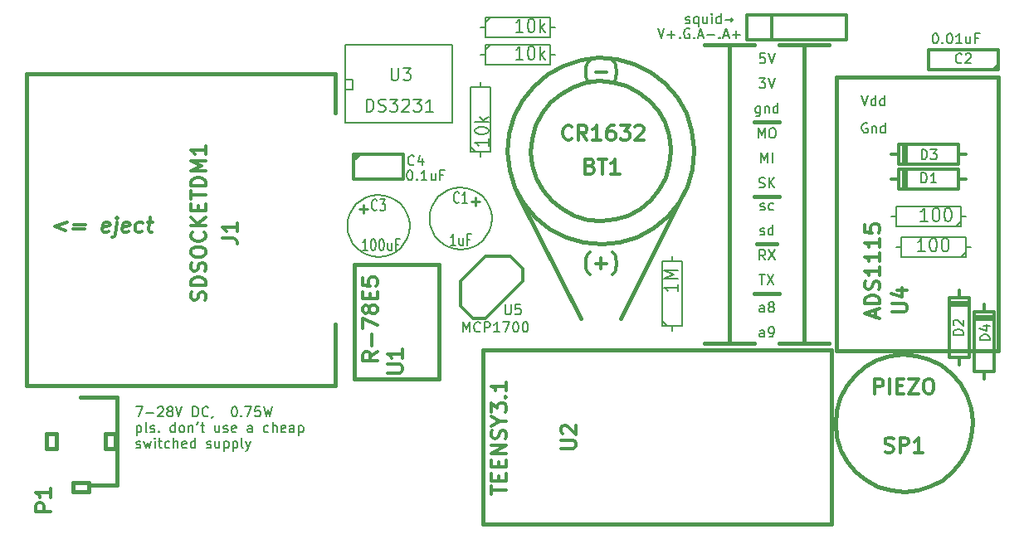
<source format=gto>
G04 (created by PCBNEW-RS274X (2012-apr-16-27)-stable) date Tue 22 Apr 2014 06:10:25 PM EDT*
G01*
G70*
G90*
%MOIN*%
G04 Gerber Fmt 3.4, Leading zero omitted, Abs format*
%FSLAX34Y34*%
G04 APERTURE LIST*
%ADD10C,0.006000*%
%ADD11C,0.007900*%
%ADD12C,0.015000*%
%ADD13C,0.012000*%
%ADD14C,0.005000*%
%ADD15C,0.008000*%
%ADD16C,0.011300*%
G04 APERTURE END LIST*
G54D10*
G54D11*
X43556Y-46765D02*
X43819Y-46765D01*
X43650Y-47159D01*
X43969Y-47009D02*
X44269Y-47009D01*
X44438Y-46803D02*
X44457Y-46784D01*
X44494Y-46765D01*
X44588Y-46765D01*
X44626Y-46784D01*
X44644Y-46803D01*
X44663Y-46841D01*
X44663Y-46878D01*
X44644Y-46934D01*
X44419Y-47159D01*
X44663Y-47159D01*
X44888Y-46934D02*
X44851Y-46916D01*
X44832Y-46897D01*
X44813Y-46859D01*
X44813Y-46841D01*
X44832Y-46803D01*
X44851Y-46784D01*
X44888Y-46765D01*
X44963Y-46765D01*
X45001Y-46784D01*
X45019Y-46803D01*
X45038Y-46841D01*
X45038Y-46859D01*
X45019Y-46897D01*
X45001Y-46916D01*
X44963Y-46934D01*
X44888Y-46934D01*
X44851Y-46953D01*
X44832Y-46972D01*
X44813Y-47009D01*
X44813Y-47084D01*
X44832Y-47122D01*
X44851Y-47141D01*
X44888Y-47159D01*
X44963Y-47159D01*
X45001Y-47141D01*
X45019Y-47122D01*
X45038Y-47084D01*
X45038Y-47009D01*
X45019Y-46972D01*
X45001Y-46953D01*
X44963Y-46934D01*
X45151Y-46765D02*
X45282Y-47159D01*
X45413Y-46765D01*
X45845Y-47159D02*
X45845Y-46765D01*
X45939Y-46765D01*
X45995Y-46784D01*
X46032Y-46822D01*
X46051Y-46859D01*
X46070Y-46934D01*
X46070Y-46991D01*
X46051Y-47066D01*
X46032Y-47103D01*
X45995Y-47141D01*
X45939Y-47159D01*
X45845Y-47159D01*
X46464Y-47122D02*
X46445Y-47141D01*
X46389Y-47159D01*
X46351Y-47159D01*
X46295Y-47141D01*
X46258Y-47103D01*
X46239Y-47066D01*
X46220Y-46991D01*
X46220Y-46934D01*
X46239Y-46859D01*
X46258Y-46822D01*
X46295Y-46784D01*
X46351Y-46765D01*
X46389Y-46765D01*
X46445Y-46784D01*
X46464Y-46803D01*
X46652Y-47141D02*
X46652Y-47159D01*
X46633Y-47197D01*
X46614Y-47216D01*
X47496Y-46765D02*
X47533Y-46765D01*
X47571Y-46784D01*
X47590Y-46803D01*
X47608Y-46841D01*
X47627Y-46916D01*
X47627Y-47009D01*
X47608Y-47084D01*
X47590Y-47122D01*
X47571Y-47141D01*
X47533Y-47159D01*
X47496Y-47159D01*
X47458Y-47141D01*
X47440Y-47122D01*
X47421Y-47084D01*
X47402Y-47009D01*
X47402Y-46916D01*
X47421Y-46841D01*
X47440Y-46803D01*
X47458Y-46784D01*
X47496Y-46765D01*
X47796Y-47122D02*
X47815Y-47141D01*
X47796Y-47159D01*
X47777Y-47141D01*
X47796Y-47122D01*
X47796Y-47159D01*
X47946Y-46765D02*
X48209Y-46765D01*
X48040Y-47159D01*
X48546Y-46765D02*
X48359Y-46765D01*
X48340Y-46953D01*
X48359Y-46934D01*
X48396Y-46916D01*
X48490Y-46916D01*
X48528Y-46934D01*
X48546Y-46953D01*
X48565Y-46991D01*
X48565Y-47084D01*
X48546Y-47122D01*
X48528Y-47141D01*
X48490Y-47159D01*
X48396Y-47159D01*
X48359Y-47141D01*
X48340Y-47122D01*
X48696Y-46765D02*
X48790Y-47159D01*
X48865Y-46878D01*
X48940Y-47159D01*
X49034Y-46765D01*
X43594Y-47527D02*
X43594Y-47921D01*
X43594Y-47546D02*
X43631Y-47527D01*
X43706Y-47527D01*
X43744Y-47546D01*
X43763Y-47564D01*
X43781Y-47602D01*
X43781Y-47714D01*
X43763Y-47752D01*
X43744Y-47771D01*
X43706Y-47789D01*
X43631Y-47789D01*
X43594Y-47771D01*
X44006Y-47789D02*
X43969Y-47771D01*
X43950Y-47733D01*
X43950Y-47395D01*
X44137Y-47771D02*
X44175Y-47789D01*
X44250Y-47789D01*
X44287Y-47771D01*
X44306Y-47733D01*
X44306Y-47714D01*
X44287Y-47677D01*
X44250Y-47658D01*
X44193Y-47658D01*
X44156Y-47639D01*
X44137Y-47602D01*
X44137Y-47583D01*
X44156Y-47546D01*
X44193Y-47527D01*
X44250Y-47527D01*
X44287Y-47546D01*
X44475Y-47752D02*
X44494Y-47771D01*
X44475Y-47789D01*
X44456Y-47771D01*
X44475Y-47752D01*
X44475Y-47789D01*
X45132Y-47789D02*
X45132Y-47395D01*
X45132Y-47771D02*
X45094Y-47789D01*
X45019Y-47789D01*
X44982Y-47771D01*
X44963Y-47752D01*
X44944Y-47714D01*
X44944Y-47602D01*
X44963Y-47564D01*
X44982Y-47546D01*
X45019Y-47527D01*
X45094Y-47527D01*
X45132Y-47546D01*
X45375Y-47789D02*
X45338Y-47771D01*
X45319Y-47752D01*
X45300Y-47714D01*
X45300Y-47602D01*
X45319Y-47564D01*
X45338Y-47546D01*
X45375Y-47527D01*
X45431Y-47527D01*
X45469Y-47546D01*
X45488Y-47564D01*
X45506Y-47602D01*
X45506Y-47714D01*
X45488Y-47752D01*
X45469Y-47771D01*
X45431Y-47789D01*
X45375Y-47789D01*
X45675Y-47527D02*
X45675Y-47789D01*
X45675Y-47564D02*
X45694Y-47546D01*
X45731Y-47527D01*
X45787Y-47527D01*
X45825Y-47546D01*
X45844Y-47583D01*
X45844Y-47789D01*
X46050Y-47395D02*
X46012Y-47471D01*
X46163Y-47527D02*
X46313Y-47527D01*
X46219Y-47395D02*
X46219Y-47733D01*
X46238Y-47771D01*
X46275Y-47789D01*
X46313Y-47789D01*
X46913Y-47527D02*
X46913Y-47789D01*
X46744Y-47527D02*
X46744Y-47733D01*
X46763Y-47771D01*
X46800Y-47789D01*
X46856Y-47789D01*
X46894Y-47771D01*
X46913Y-47752D01*
X47081Y-47771D02*
X47119Y-47789D01*
X47194Y-47789D01*
X47231Y-47771D01*
X47250Y-47733D01*
X47250Y-47714D01*
X47231Y-47677D01*
X47194Y-47658D01*
X47137Y-47658D01*
X47100Y-47639D01*
X47081Y-47602D01*
X47081Y-47583D01*
X47100Y-47546D01*
X47137Y-47527D01*
X47194Y-47527D01*
X47231Y-47546D01*
X47569Y-47771D02*
X47531Y-47789D01*
X47456Y-47789D01*
X47419Y-47771D01*
X47400Y-47733D01*
X47400Y-47583D01*
X47419Y-47546D01*
X47456Y-47527D01*
X47531Y-47527D01*
X47569Y-47546D01*
X47588Y-47583D01*
X47588Y-47621D01*
X47400Y-47658D01*
X48226Y-47789D02*
X48226Y-47583D01*
X48207Y-47546D01*
X48169Y-47527D01*
X48094Y-47527D01*
X48057Y-47546D01*
X48226Y-47771D02*
X48188Y-47789D01*
X48094Y-47789D01*
X48057Y-47771D01*
X48038Y-47733D01*
X48038Y-47696D01*
X48057Y-47658D01*
X48094Y-47639D01*
X48188Y-47639D01*
X48226Y-47621D01*
X48882Y-47771D02*
X48844Y-47789D01*
X48769Y-47789D01*
X48732Y-47771D01*
X48713Y-47752D01*
X48694Y-47714D01*
X48694Y-47602D01*
X48713Y-47564D01*
X48732Y-47546D01*
X48769Y-47527D01*
X48844Y-47527D01*
X48882Y-47546D01*
X49051Y-47789D02*
X49051Y-47395D01*
X49220Y-47789D02*
X49220Y-47583D01*
X49201Y-47546D01*
X49163Y-47527D01*
X49107Y-47527D01*
X49070Y-47546D01*
X49051Y-47564D01*
X49557Y-47771D02*
X49519Y-47789D01*
X49444Y-47789D01*
X49407Y-47771D01*
X49388Y-47733D01*
X49388Y-47583D01*
X49407Y-47546D01*
X49444Y-47527D01*
X49519Y-47527D01*
X49557Y-47546D01*
X49576Y-47583D01*
X49576Y-47621D01*
X49388Y-47658D01*
X49914Y-47789D02*
X49914Y-47583D01*
X49895Y-47546D01*
X49857Y-47527D01*
X49782Y-47527D01*
X49745Y-47546D01*
X49914Y-47771D02*
X49876Y-47789D01*
X49782Y-47789D01*
X49745Y-47771D01*
X49726Y-47733D01*
X49726Y-47696D01*
X49745Y-47658D01*
X49782Y-47639D01*
X49876Y-47639D01*
X49914Y-47621D01*
X50101Y-47527D02*
X50101Y-47921D01*
X50101Y-47546D02*
X50138Y-47527D01*
X50213Y-47527D01*
X50251Y-47546D01*
X50270Y-47564D01*
X50288Y-47602D01*
X50288Y-47714D01*
X50270Y-47752D01*
X50251Y-47771D01*
X50213Y-47789D01*
X50138Y-47789D01*
X50101Y-47771D01*
X43575Y-48401D02*
X43613Y-48419D01*
X43688Y-48419D01*
X43725Y-48401D01*
X43744Y-48363D01*
X43744Y-48344D01*
X43725Y-48307D01*
X43688Y-48288D01*
X43631Y-48288D01*
X43594Y-48269D01*
X43575Y-48232D01*
X43575Y-48213D01*
X43594Y-48176D01*
X43631Y-48157D01*
X43688Y-48157D01*
X43725Y-48176D01*
X43875Y-48157D02*
X43950Y-48419D01*
X44025Y-48232D01*
X44100Y-48419D01*
X44175Y-48157D01*
X44326Y-48419D02*
X44326Y-48157D01*
X44326Y-48025D02*
X44307Y-48044D01*
X44326Y-48063D01*
X44345Y-48044D01*
X44326Y-48025D01*
X44326Y-48063D01*
X44458Y-48157D02*
X44608Y-48157D01*
X44514Y-48025D02*
X44514Y-48363D01*
X44533Y-48401D01*
X44570Y-48419D01*
X44608Y-48419D01*
X44908Y-48401D02*
X44870Y-48419D01*
X44795Y-48419D01*
X44758Y-48401D01*
X44739Y-48382D01*
X44720Y-48344D01*
X44720Y-48232D01*
X44739Y-48194D01*
X44758Y-48176D01*
X44795Y-48157D01*
X44870Y-48157D01*
X44908Y-48176D01*
X45077Y-48419D02*
X45077Y-48025D01*
X45246Y-48419D02*
X45246Y-48213D01*
X45227Y-48176D01*
X45189Y-48157D01*
X45133Y-48157D01*
X45096Y-48176D01*
X45077Y-48194D01*
X45583Y-48401D02*
X45545Y-48419D01*
X45470Y-48419D01*
X45433Y-48401D01*
X45414Y-48363D01*
X45414Y-48213D01*
X45433Y-48176D01*
X45470Y-48157D01*
X45545Y-48157D01*
X45583Y-48176D01*
X45602Y-48213D01*
X45602Y-48251D01*
X45414Y-48288D01*
X45940Y-48419D02*
X45940Y-48025D01*
X45940Y-48401D02*
X45902Y-48419D01*
X45827Y-48419D01*
X45790Y-48401D01*
X45771Y-48382D01*
X45752Y-48344D01*
X45752Y-48232D01*
X45771Y-48194D01*
X45790Y-48176D01*
X45827Y-48157D01*
X45902Y-48157D01*
X45940Y-48176D01*
X46408Y-48401D02*
X46446Y-48419D01*
X46521Y-48419D01*
X46558Y-48401D01*
X46577Y-48363D01*
X46577Y-48344D01*
X46558Y-48307D01*
X46521Y-48288D01*
X46464Y-48288D01*
X46427Y-48269D01*
X46408Y-48232D01*
X46408Y-48213D01*
X46427Y-48176D01*
X46464Y-48157D01*
X46521Y-48157D01*
X46558Y-48176D01*
X46915Y-48157D02*
X46915Y-48419D01*
X46746Y-48157D02*
X46746Y-48363D01*
X46765Y-48401D01*
X46802Y-48419D01*
X46858Y-48419D01*
X46896Y-48401D01*
X46915Y-48382D01*
X47102Y-48157D02*
X47102Y-48551D01*
X47102Y-48176D02*
X47139Y-48157D01*
X47214Y-48157D01*
X47252Y-48176D01*
X47271Y-48194D01*
X47289Y-48232D01*
X47289Y-48344D01*
X47271Y-48382D01*
X47252Y-48401D01*
X47214Y-48419D01*
X47139Y-48419D01*
X47102Y-48401D01*
X47458Y-48157D02*
X47458Y-48551D01*
X47458Y-48176D02*
X47495Y-48157D01*
X47570Y-48157D01*
X47608Y-48176D01*
X47627Y-48194D01*
X47645Y-48232D01*
X47645Y-48344D01*
X47627Y-48382D01*
X47608Y-48401D01*
X47570Y-48419D01*
X47495Y-48419D01*
X47458Y-48401D01*
X47870Y-48419D02*
X47833Y-48401D01*
X47814Y-48363D01*
X47814Y-48025D01*
X47982Y-48157D02*
X48076Y-48419D01*
X48170Y-48157D02*
X48076Y-48419D01*
X48039Y-48513D01*
X48020Y-48532D01*
X47982Y-48551D01*
X65644Y-31341D02*
X65682Y-31359D01*
X65757Y-31359D01*
X65794Y-31341D01*
X65813Y-31303D01*
X65813Y-31284D01*
X65794Y-31247D01*
X65757Y-31228D01*
X65700Y-31228D01*
X65663Y-31209D01*
X65644Y-31172D01*
X65644Y-31153D01*
X65663Y-31116D01*
X65700Y-31097D01*
X65757Y-31097D01*
X65794Y-31116D01*
X66151Y-31097D02*
X66151Y-31491D01*
X66151Y-31341D02*
X66113Y-31359D01*
X66038Y-31359D01*
X66001Y-31341D01*
X65982Y-31322D01*
X65963Y-31284D01*
X65963Y-31172D01*
X65982Y-31134D01*
X66001Y-31116D01*
X66038Y-31097D01*
X66113Y-31097D01*
X66151Y-31116D01*
X66507Y-31097D02*
X66507Y-31359D01*
X66338Y-31097D02*
X66338Y-31303D01*
X66357Y-31341D01*
X66394Y-31359D01*
X66450Y-31359D01*
X66488Y-31341D01*
X66507Y-31322D01*
X66694Y-31359D02*
X66694Y-31097D01*
X66694Y-30965D02*
X66675Y-30984D01*
X66694Y-31003D01*
X66713Y-30984D01*
X66694Y-30965D01*
X66694Y-31003D01*
X67051Y-31359D02*
X67051Y-30965D01*
X67051Y-31341D02*
X67013Y-31359D01*
X66938Y-31359D01*
X66901Y-31341D01*
X66882Y-31322D01*
X66863Y-31284D01*
X66863Y-31172D01*
X66882Y-31134D01*
X66901Y-31116D01*
X66938Y-31097D01*
X67013Y-31097D01*
X67051Y-31116D01*
X67238Y-31209D02*
X67538Y-31209D01*
X67463Y-31284D02*
X67538Y-31209D01*
X67463Y-31134D01*
X64520Y-31565D02*
X64651Y-31959D01*
X64782Y-31565D01*
X64914Y-31809D02*
X65214Y-31809D01*
X65064Y-31959D02*
X65064Y-31659D01*
X65402Y-31922D02*
X65421Y-31941D01*
X65402Y-31959D01*
X65383Y-31941D01*
X65402Y-31922D01*
X65402Y-31959D01*
X65796Y-31584D02*
X65759Y-31565D01*
X65702Y-31565D01*
X65646Y-31584D01*
X65609Y-31622D01*
X65590Y-31659D01*
X65571Y-31734D01*
X65571Y-31791D01*
X65590Y-31866D01*
X65609Y-31903D01*
X65646Y-31941D01*
X65702Y-31959D01*
X65740Y-31959D01*
X65796Y-31941D01*
X65815Y-31922D01*
X65815Y-31791D01*
X65740Y-31791D01*
X65984Y-31922D02*
X66003Y-31941D01*
X65984Y-31959D01*
X65965Y-31941D01*
X65984Y-31922D01*
X65984Y-31959D01*
X66153Y-31847D02*
X66341Y-31847D01*
X66116Y-31959D02*
X66247Y-31565D01*
X66378Y-31959D01*
X66510Y-31809D02*
X66810Y-31809D01*
X66998Y-31922D02*
X67017Y-31941D01*
X66998Y-31959D01*
X66979Y-31941D01*
X66998Y-31922D01*
X66998Y-31959D01*
X67167Y-31847D02*
X67355Y-31847D01*
X67130Y-31959D02*
X67261Y-31565D01*
X67392Y-31959D01*
X67524Y-31809D02*
X67824Y-31809D01*
X67674Y-31959D02*
X67674Y-31659D01*
G54D12*
X68400Y-42200D02*
X69400Y-42200D01*
X68500Y-40200D02*
X69300Y-40200D01*
X68400Y-38300D02*
X69400Y-38300D01*
X68400Y-35300D02*
X69400Y-35300D01*
G54D11*
X68798Y-42959D02*
X68798Y-42753D01*
X68779Y-42716D01*
X68741Y-42697D01*
X68666Y-42697D01*
X68629Y-42716D01*
X68798Y-42941D02*
X68760Y-42959D01*
X68666Y-42959D01*
X68629Y-42941D01*
X68610Y-42903D01*
X68610Y-42866D01*
X68629Y-42828D01*
X68666Y-42809D01*
X68760Y-42809D01*
X68798Y-42791D01*
X69041Y-42734D02*
X69004Y-42716D01*
X68985Y-42697D01*
X68966Y-42659D01*
X68966Y-42641D01*
X68985Y-42603D01*
X69004Y-42584D01*
X69041Y-42565D01*
X69116Y-42565D01*
X69154Y-42584D01*
X69172Y-42603D01*
X69191Y-42641D01*
X69191Y-42659D01*
X69172Y-42697D01*
X69154Y-42716D01*
X69116Y-42734D01*
X69041Y-42734D01*
X69004Y-42753D01*
X68985Y-42772D01*
X68966Y-42809D01*
X68966Y-42884D01*
X68985Y-42922D01*
X69004Y-42941D01*
X69041Y-42959D01*
X69116Y-42959D01*
X69154Y-42941D01*
X69172Y-42922D01*
X69191Y-42884D01*
X69191Y-42809D01*
X69172Y-42772D01*
X69154Y-42753D01*
X69116Y-42734D01*
X68798Y-43959D02*
X68798Y-43753D01*
X68779Y-43716D01*
X68741Y-43697D01*
X68666Y-43697D01*
X68629Y-43716D01*
X68798Y-43941D02*
X68760Y-43959D01*
X68666Y-43959D01*
X68629Y-43941D01*
X68610Y-43903D01*
X68610Y-43866D01*
X68629Y-43828D01*
X68666Y-43809D01*
X68760Y-43809D01*
X68798Y-43791D01*
X69004Y-43959D02*
X69079Y-43959D01*
X69116Y-43941D01*
X69135Y-43922D01*
X69172Y-43866D01*
X69191Y-43791D01*
X69191Y-43641D01*
X69172Y-43603D01*
X69154Y-43584D01*
X69116Y-43565D01*
X69041Y-43565D01*
X69004Y-43584D01*
X68985Y-43603D01*
X68966Y-43641D01*
X68966Y-43734D01*
X68985Y-43772D01*
X69004Y-43791D01*
X69041Y-43809D01*
X69116Y-43809D01*
X69154Y-43791D01*
X69172Y-43772D01*
X69191Y-43734D01*
X68601Y-41465D02*
X68826Y-41465D01*
X68713Y-41859D02*
X68713Y-41465D01*
X68919Y-41465D02*
X69182Y-41859D01*
X69182Y-41465D02*
X68919Y-41859D01*
X68835Y-40859D02*
X68704Y-40672D01*
X68610Y-40859D02*
X68610Y-40465D01*
X68760Y-40465D01*
X68797Y-40484D01*
X68816Y-40503D01*
X68835Y-40541D01*
X68835Y-40597D01*
X68816Y-40634D01*
X68797Y-40653D01*
X68760Y-40672D01*
X68610Y-40672D01*
X68966Y-40465D02*
X69229Y-40859D01*
X69229Y-40465D02*
X68966Y-40859D01*
X68638Y-39841D02*
X68676Y-39859D01*
X68751Y-39859D01*
X68788Y-39841D01*
X68807Y-39803D01*
X68807Y-39784D01*
X68788Y-39747D01*
X68751Y-39728D01*
X68694Y-39728D01*
X68657Y-39709D01*
X68638Y-39672D01*
X68638Y-39653D01*
X68657Y-39616D01*
X68694Y-39597D01*
X68751Y-39597D01*
X68788Y-39616D01*
X69145Y-39859D02*
X69145Y-39465D01*
X69145Y-39841D02*
X69107Y-39859D01*
X69032Y-39859D01*
X68995Y-39841D01*
X68976Y-39822D01*
X68957Y-39784D01*
X68957Y-39672D01*
X68976Y-39634D01*
X68995Y-39616D01*
X69032Y-39597D01*
X69107Y-39597D01*
X69145Y-39616D01*
X68647Y-38841D02*
X68685Y-38859D01*
X68760Y-38859D01*
X68797Y-38841D01*
X68816Y-38803D01*
X68816Y-38784D01*
X68797Y-38747D01*
X68760Y-38728D01*
X68703Y-38728D01*
X68666Y-38709D01*
X68647Y-38672D01*
X68647Y-38653D01*
X68666Y-38616D01*
X68703Y-38597D01*
X68760Y-38597D01*
X68797Y-38616D01*
X69154Y-38841D02*
X69116Y-38859D01*
X69041Y-38859D01*
X69004Y-38841D01*
X68985Y-38822D01*
X68966Y-38784D01*
X68966Y-38672D01*
X68985Y-38634D01*
X69004Y-38616D01*
X69041Y-38597D01*
X69116Y-38597D01*
X69154Y-38616D01*
X68591Y-37941D02*
X68647Y-37959D01*
X68741Y-37959D01*
X68779Y-37941D01*
X68797Y-37922D01*
X68816Y-37884D01*
X68816Y-37847D01*
X68797Y-37809D01*
X68779Y-37791D01*
X68741Y-37772D01*
X68666Y-37753D01*
X68629Y-37734D01*
X68610Y-37716D01*
X68591Y-37678D01*
X68591Y-37641D01*
X68610Y-37603D01*
X68629Y-37584D01*
X68666Y-37565D01*
X68760Y-37565D01*
X68816Y-37584D01*
X68985Y-37959D02*
X68985Y-37565D01*
X69210Y-37959D02*
X69041Y-37734D01*
X69210Y-37565D02*
X68985Y-37791D01*
X68675Y-36959D02*
X68675Y-36565D01*
X68806Y-36847D01*
X68937Y-36565D01*
X68937Y-36959D01*
X69125Y-36959D02*
X69125Y-36565D01*
X68563Y-35959D02*
X68563Y-35565D01*
X68694Y-35847D01*
X68825Y-35565D01*
X68825Y-35959D01*
X69088Y-35565D02*
X69163Y-35565D01*
X69200Y-35584D01*
X69238Y-35622D01*
X69257Y-35697D01*
X69257Y-35828D01*
X69238Y-35903D01*
X69200Y-35941D01*
X69163Y-35959D01*
X69088Y-35959D01*
X69050Y-35941D01*
X69013Y-35903D01*
X68994Y-35828D01*
X68994Y-35697D01*
X69013Y-35622D01*
X69050Y-35584D01*
X69088Y-35565D01*
X68629Y-34697D02*
X68629Y-35016D01*
X68610Y-35053D01*
X68591Y-35072D01*
X68554Y-35091D01*
X68497Y-35091D01*
X68460Y-35072D01*
X68629Y-34941D02*
X68591Y-34959D01*
X68516Y-34959D01*
X68479Y-34941D01*
X68460Y-34922D01*
X68441Y-34884D01*
X68441Y-34772D01*
X68460Y-34734D01*
X68479Y-34716D01*
X68516Y-34697D01*
X68591Y-34697D01*
X68629Y-34716D01*
X68816Y-34697D02*
X68816Y-34959D01*
X68816Y-34734D02*
X68835Y-34716D01*
X68872Y-34697D01*
X68928Y-34697D01*
X68966Y-34716D01*
X68985Y-34753D01*
X68985Y-34959D01*
X69341Y-34959D02*
X69341Y-34565D01*
X69341Y-34941D02*
X69303Y-34959D01*
X69228Y-34959D01*
X69191Y-34941D01*
X69172Y-34922D01*
X69153Y-34884D01*
X69153Y-34772D01*
X69172Y-34734D01*
X69191Y-34716D01*
X69228Y-34697D01*
X69303Y-34697D01*
X69341Y-34716D01*
X68600Y-33565D02*
X68844Y-33565D01*
X68713Y-33716D01*
X68769Y-33716D01*
X68807Y-33734D01*
X68825Y-33753D01*
X68844Y-33791D01*
X68844Y-33884D01*
X68825Y-33922D01*
X68807Y-33941D01*
X68769Y-33959D01*
X68657Y-33959D01*
X68619Y-33941D01*
X68600Y-33922D01*
X68957Y-33565D02*
X69088Y-33959D01*
X69219Y-33565D01*
X68825Y-32565D02*
X68638Y-32565D01*
X68619Y-32753D01*
X68638Y-32734D01*
X68675Y-32716D01*
X68769Y-32716D01*
X68807Y-32734D01*
X68825Y-32753D01*
X68844Y-32791D01*
X68844Y-32884D01*
X68825Y-32922D01*
X68807Y-32941D01*
X68769Y-32959D01*
X68675Y-32959D01*
X68638Y-32941D01*
X68619Y-32922D01*
X68957Y-32565D02*
X69088Y-32959D01*
X69219Y-32565D01*
G54D12*
X71400Y-32200D02*
X69400Y-32200D01*
X70400Y-32200D02*
X70400Y-44200D01*
X69400Y-44200D02*
X71400Y-44200D01*
X68400Y-32200D02*
X66400Y-32200D01*
X67400Y-32200D02*
X67400Y-44200D01*
X66400Y-44200D02*
X68400Y-44200D01*
X51555Y-45926D02*
X51555Y-43445D01*
X51555Y-33367D02*
X51555Y-34941D01*
X51516Y-45926D02*
X39154Y-45926D01*
X39154Y-45926D02*
X39154Y-33367D01*
X39154Y-33367D02*
X51555Y-33367D01*
G54D13*
X68100Y-31000D02*
X68100Y-31000D01*
X68100Y-32000D02*
X68100Y-31000D01*
X68100Y-31000D02*
X68100Y-31000D01*
X68100Y-31000D02*
X72100Y-31000D01*
X72100Y-31000D02*
X72100Y-32000D01*
X72100Y-32000D02*
X68100Y-32000D01*
X69100Y-32000D02*
X69100Y-31000D01*
G54D14*
X57850Y-39200D02*
X57826Y-39442D01*
X57755Y-39676D01*
X57641Y-39891D01*
X57486Y-40080D01*
X57298Y-40236D01*
X57084Y-40352D01*
X56851Y-40424D01*
X56608Y-40449D01*
X56366Y-40427D01*
X56132Y-40358D01*
X55916Y-40245D01*
X55726Y-40093D01*
X55569Y-39906D01*
X55452Y-39692D01*
X55378Y-39459D01*
X55351Y-39217D01*
X55371Y-38975D01*
X55438Y-38740D01*
X55550Y-38523D01*
X55701Y-38332D01*
X55887Y-38174D01*
X56100Y-38055D01*
X56332Y-37980D01*
X56574Y-37951D01*
X56817Y-37969D01*
X57052Y-38035D01*
X57269Y-38145D01*
X57462Y-38295D01*
X57621Y-38480D01*
X57741Y-38692D01*
X57818Y-38924D01*
X57849Y-39166D01*
X57850Y-39200D01*
G54D13*
X73900Y-37600D02*
X74200Y-37600D01*
X74200Y-37600D02*
X74200Y-38000D01*
X74200Y-38000D02*
X76600Y-38000D01*
X76600Y-38000D02*
X76600Y-37600D01*
X76600Y-37600D02*
X76900Y-37600D01*
X76600Y-37600D02*
X76600Y-37200D01*
X76600Y-37200D02*
X74200Y-37200D01*
X74200Y-37200D02*
X74200Y-37600D01*
X74400Y-38000D02*
X74400Y-37200D01*
X74500Y-37200D02*
X74500Y-38000D01*
X76634Y-42083D02*
X76634Y-42383D01*
X76634Y-42383D02*
X76234Y-42383D01*
X76234Y-42383D02*
X76234Y-44783D01*
X76234Y-44783D02*
X76634Y-44783D01*
X76634Y-44783D02*
X76634Y-45083D01*
X76634Y-44783D02*
X77034Y-44783D01*
X77034Y-44783D02*
X77034Y-42383D01*
X77034Y-42383D02*
X76634Y-42383D01*
X76234Y-42583D02*
X77034Y-42583D01*
X77034Y-42683D02*
X76234Y-42683D01*
X73900Y-36600D02*
X74200Y-36600D01*
X74200Y-36600D02*
X74200Y-37000D01*
X74200Y-37000D02*
X76600Y-37000D01*
X76600Y-37000D02*
X76600Y-36600D01*
X76600Y-36600D02*
X76900Y-36600D01*
X76600Y-36600D02*
X76600Y-36200D01*
X76600Y-36200D02*
X74200Y-36200D01*
X74200Y-36200D02*
X74200Y-36600D01*
X74400Y-37000D02*
X74400Y-36200D01*
X74500Y-36200D02*
X74500Y-37000D01*
X77638Y-42634D02*
X77638Y-42934D01*
X77638Y-42934D02*
X77238Y-42934D01*
X77238Y-42934D02*
X77238Y-45334D01*
X77238Y-45334D02*
X77638Y-45334D01*
X77638Y-45334D02*
X77638Y-45634D01*
X77638Y-45334D02*
X78038Y-45334D01*
X78038Y-45334D02*
X78038Y-42934D01*
X78038Y-42934D02*
X77638Y-42934D01*
X77238Y-43134D02*
X78038Y-43134D01*
X78038Y-43234D02*
X77238Y-43234D01*
G54D12*
X71700Y-44500D02*
X71700Y-44000D01*
X78200Y-44000D02*
X78200Y-44500D01*
X78200Y-44500D02*
X71700Y-44500D01*
X71700Y-44000D02*
X71700Y-33500D01*
X71700Y-33500D02*
X78200Y-33500D01*
X78200Y-33500D02*
X78200Y-44000D01*
X77165Y-47421D02*
X77112Y-47956D01*
X76957Y-48471D01*
X76704Y-48946D01*
X76364Y-49362D01*
X75950Y-49705D01*
X75476Y-49961D01*
X74963Y-50120D01*
X74428Y-50176D01*
X73893Y-50128D01*
X73377Y-49976D01*
X72900Y-49727D01*
X72481Y-49390D01*
X72135Y-48978D01*
X71876Y-48506D01*
X71714Y-47994D01*
X71654Y-47459D01*
X71699Y-46924D01*
X71847Y-46407D01*
X72093Y-45929D01*
X72427Y-45507D01*
X72837Y-45158D01*
X73306Y-44896D01*
X73818Y-44730D01*
X74352Y-44666D01*
X74887Y-44707D01*
X75405Y-44852D01*
X75885Y-45095D01*
X76309Y-45426D01*
X76661Y-45833D01*
X76926Y-46301D01*
X77096Y-46811D01*
X77163Y-47345D01*
X77165Y-47421D01*
X57492Y-51492D02*
X57492Y-44492D01*
X57492Y-44492D02*
X71492Y-44492D01*
X71492Y-44492D02*
X71492Y-51492D01*
X71492Y-51492D02*
X57492Y-51492D01*
X41654Y-49922D02*
X42796Y-49922D01*
X42796Y-49922D02*
X42796Y-46378D01*
X42796Y-46378D02*
X41339Y-46378D01*
X41654Y-49804D02*
X41654Y-50197D01*
X41654Y-50197D02*
X41024Y-50197D01*
X41024Y-50197D02*
X41024Y-49804D01*
X41024Y-49804D02*
X41654Y-49804D01*
X42323Y-47835D02*
X42717Y-47835D01*
X42717Y-47835D02*
X42717Y-48465D01*
X42717Y-48465D02*
X42323Y-48465D01*
X42323Y-48465D02*
X42323Y-47835D01*
X40355Y-47835D02*
X39961Y-47835D01*
X39961Y-47835D02*
X39961Y-48465D01*
X39961Y-48465D02*
X40355Y-48465D01*
X40355Y-48465D02*
X40355Y-47835D01*
X52321Y-41050D02*
X52621Y-41050D01*
X52321Y-45650D02*
X52621Y-45650D01*
X55721Y-45650D02*
X55721Y-41050D01*
X52321Y-45650D02*
X52321Y-41050D01*
X55721Y-41050D02*
X52621Y-41050D01*
X55721Y-45650D02*
X52621Y-45650D01*
G54D15*
X57400Y-31500D02*
X57600Y-31500D01*
X60400Y-31500D02*
X60200Y-31500D01*
X60200Y-31500D02*
X60200Y-31100D01*
X60200Y-31100D02*
X57600Y-31100D01*
X57600Y-31100D02*
X57600Y-31900D01*
X57600Y-31900D02*
X60200Y-31900D01*
X60200Y-31900D02*
X60200Y-31500D01*
X57600Y-31300D02*
X57800Y-31100D01*
X57400Y-32600D02*
X57600Y-32600D01*
X60400Y-32600D02*
X60200Y-32600D01*
X60200Y-32600D02*
X60200Y-32200D01*
X60200Y-32200D02*
X57600Y-32200D01*
X57600Y-32200D02*
X57600Y-33000D01*
X57600Y-33000D02*
X60200Y-33000D01*
X60200Y-33000D02*
X60200Y-32600D01*
X57600Y-32400D02*
X57800Y-32200D01*
G54D14*
X54550Y-39500D02*
X54526Y-39742D01*
X54455Y-39976D01*
X54341Y-40191D01*
X54186Y-40380D01*
X53998Y-40536D01*
X53784Y-40652D01*
X53551Y-40724D01*
X53308Y-40749D01*
X53066Y-40727D01*
X52832Y-40658D01*
X52616Y-40545D01*
X52426Y-40393D01*
X52269Y-40206D01*
X52152Y-39992D01*
X52078Y-39759D01*
X52051Y-39517D01*
X52071Y-39275D01*
X52138Y-39040D01*
X52250Y-38823D01*
X52401Y-38632D01*
X52587Y-38474D01*
X52800Y-38355D01*
X53032Y-38280D01*
X53274Y-38251D01*
X53517Y-38269D01*
X53752Y-38335D01*
X53969Y-38445D01*
X54162Y-38595D01*
X54321Y-38780D01*
X54441Y-38992D01*
X54518Y-39224D01*
X54549Y-39466D01*
X54550Y-39500D01*
G54D13*
X52320Y-36600D02*
X54300Y-36600D01*
X54300Y-36600D02*
X54300Y-37600D01*
X54300Y-37600D02*
X52300Y-37600D01*
X52300Y-37600D02*
X52300Y-36600D01*
X52300Y-36850D02*
X52550Y-36600D01*
G54D12*
X61425Y-43212D02*
X58878Y-38177D01*
X63023Y-43208D02*
X65610Y-38086D01*
X65976Y-36476D02*
X65904Y-37204D01*
X65692Y-37905D01*
X65349Y-38552D01*
X64886Y-39119D01*
X64322Y-39586D01*
X63677Y-39934D01*
X62978Y-40151D01*
X62250Y-40227D01*
X61521Y-40161D01*
X60819Y-39954D01*
X60170Y-39615D01*
X59599Y-39156D01*
X59129Y-38595D01*
X58776Y-37954D01*
X58554Y-37256D01*
X58473Y-36528D01*
X58534Y-35799D01*
X58736Y-35095D01*
X59071Y-34444D01*
X59526Y-33870D01*
X60083Y-33396D01*
X60722Y-33038D01*
X61419Y-32812D01*
X62146Y-32725D01*
X62875Y-32782D01*
X63580Y-32978D01*
X64234Y-33309D01*
X64811Y-33759D01*
X65289Y-34314D01*
X65651Y-34950D01*
X65882Y-35645D01*
X65974Y-36372D01*
X65976Y-36476D01*
X65035Y-36476D02*
X64981Y-37021D01*
X64822Y-37547D01*
X64565Y-38031D01*
X64218Y-38456D01*
X63795Y-38806D01*
X63313Y-39067D01*
X62789Y-39229D01*
X62243Y-39286D01*
X61698Y-39237D01*
X61171Y-39082D01*
X60685Y-38828D01*
X60258Y-38484D01*
X59905Y-38064D01*
X59641Y-37583D01*
X59475Y-37060D01*
X59414Y-36515D01*
X59460Y-35969D01*
X59611Y-35442D01*
X59862Y-34954D01*
X60202Y-34524D01*
X60620Y-34168D01*
X61099Y-33901D01*
X61621Y-33731D01*
X62166Y-33666D01*
X62712Y-33708D01*
X63240Y-33856D01*
X63730Y-34103D01*
X64162Y-34441D01*
X64520Y-34856D01*
X64791Y-35333D01*
X64965Y-35854D01*
X65033Y-36398D01*
X65035Y-36476D01*
G54D13*
X78200Y-33200D02*
X75400Y-33200D01*
X75400Y-33200D02*
X75400Y-32400D01*
X75400Y-32400D02*
X78200Y-32400D01*
X78200Y-32400D02*
X78200Y-33200D01*
X78200Y-33000D02*
X78000Y-33200D01*
G54D15*
X65100Y-43700D02*
X65100Y-43500D01*
X65100Y-40700D02*
X65100Y-40900D01*
X65100Y-40900D02*
X64700Y-40900D01*
X64700Y-40900D02*
X64700Y-43500D01*
X64700Y-43500D02*
X65500Y-43500D01*
X65500Y-43500D02*
X65500Y-40900D01*
X65500Y-40900D02*
X65100Y-40900D01*
X64900Y-43500D02*
X64700Y-43300D01*
X77091Y-40354D02*
X76891Y-40354D01*
X74091Y-40354D02*
X74291Y-40354D01*
X74291Y-40354D02*
X74291Y-40754D01*
X74291Y-40754D02*
X76891Y-40754D01*
X76891Y-40754D02*
X76891Y-39954D01*
X76891Y-39954D02*
X74291Y-39954D01*
X74291Y-39954D02*
X74291Y-40354D01*
X76891Y-40554D02*
X76691Y-40754D01*
X76900Y-39100D02*
X76700Y-39100D01*
X73900Y-39100D02*
X74100Y-39100D01*
X74100Y-39100D02*
X74100Y-39500D01*
X74100Y-39500D02*
X76700Y-39500D01*
X76700Y-39500D02*
X76700Y-38700D01*
X76700Y-38700D02*
X74100Y-38700D01*
X74100Y-38700D02*
X74100Y-39100D01*
X76700Y-39300D02*
X76500Y-39500D01*
X57400Y-36700D02*
X57400Y-36500D01*
X57400Y-33700D02*
X57400Y-33900D01*
X57400Y-33900D02*
X57000Y-33900D01*
X57000Y-33900D02*
X57000Y-36500D01*
X57000Y-36500D02*
X57800Y-36500D01*
X57800Y-36500D02*
X57800Y-33900D01*
X57800Y-33900D02*
X57400Y-33900D01*
X57200Y-36500D02*
X57000Y-36300D01*
X51950Y-35350D02*
X51950Y-32200D01*
X56250Y-32200D02*
X56250Y-35350D01*
X51950Y-32200D02*
X56250Y-32200D01*
X56250Y-35350D02*
X51950Y-35350D01*
X51950Y-33600D02*
X52250Y-33600D01*
X52250Y-33600D02*
X52250Y-34000D01*
X52250Y-34000D02*
X51950Y-34000D01*
G54D13*
X57600Y-43200D02*
X59100Y-41700D01*
X59100Y-41700D02*
X59100Y-41200D01*
X59100Y-41200D02*
X58600Y-40700D01*
X58600Y-40700D02*
X57600Y-40700D01*
X57600Y-40700D02*
X56600Y-41700D01*
X56600Y-41700D02*
X56600Y-42700D01*
X56600Y-42700D02*
X57100Y-43200D01*
X57100Y-43200D02*
X57600Y-43200D01*
X47025Y-39984D02*
X47453Y-39984D01*
X47539Y-40012D01*
X47596Y-40069D01*
X47625Y-40155D01*
X47625Y-40212D01*
X47625Y-39384D02*
X47625Y-39727D01*
X47625Y-39555D02*
X47025Y-39555D01*
X47111Y-39612D01*
X47168Y-39670D01*
X47196Y-39727D01*
X46336Y-42490D02*
X46365Y-42404D01*
X46365Y-42261D01*
X46336Y-42204D01*
X46308Y-42175D01*
X46251Y-42147D01*
X46193Y-42147D01*
X46136Y-42175D01*
X46108Y-42204D01*
X46079Y-42261D01*
X46051Y-42375D01*
X46022Y-42433D01*
X45993Y-42461D01*
X45936Y-42490D01*
X45879Y-42490D01*
X45822Y-42461D01*
X45793Y-42433D01*
X45765Y-42375D01*
X45765Y-42233D01*
X45793Y-42147D01*
X46365Y-41890D02*
X45765Y-41890D01*
X45765Y-41747D01*
X45793Y-41662D01*
X45851Y-41604D01*
X45908Y-41576D01*
X46022Y-41547D01*
X46108Y-41547D01*
X46222Y-41576D01*
X46279Y-41604D01*
X46336Y-41662D01*
X46365Y-41747D01*
X46365Y-41890D01*
X46336Y-41319D02*
X46365Y-41233D01*
X46365Y-41090D01*
X46336Y-41033D01*
X46308Y-41004D01*
X46251Y-40976D01*
X46193Y-40976D01*
X46136Y-41004D01*
X46108Y-41033D01*
X46079Y-41090D01*
X46051Y-41204D01*
X46022Y-41262D01*
X45993Y-41290D01*
X45936Y-41319D01*
X45879Y-41319D01*
X45822Y-41290D01*
X45793Y-41262D01*
X45765Y-41204D01*
X45765Y-41062D01*
X45793Y-40976D01*
X45765Y-40605D02*
X45765Y-40491D01*
X45793Y-40433D01*
X45851Y-40376D01*
X45965Y-40348D01*
X46165Y-40348D01*
X46279Y-40376D01*
X46336Y-40433D01*
X46365Y-40491D01*
X46365Y-40605D01*
X46336Y-40662D01*
X46279Y-40719D01*
X46165Y-40748D01*
X45965Y-40748D01*
X45851Y-40719D01*
X45793Y-40662D01*
X45765Y-40605D01*
X46308Y-39747D02*
X46336Y-39776D01*
X46365Y-39862D01*
X46365Y-39919D01*
X46336Y-40004D01*
X46279Y-40062D01*
X46222Y-40090D01*
X46108Y-40119D01*
X46022Y-40119D01*
X45908Y-40090D01*
X45851Y-40062D01*
X45793Y-40004D01*
X45765Y-39919D01*
X45765Y-39862D01*
X45793Y-39776D01*
X45822Y-39747D01*
X46365Y-39490D02*
X45765Y-39490D01*
X46365Y-39147D02*
X46022Y-39404D01*
X45765Y-39147D02*
X46108Y-39490D01*
X46051Y-38890D02*
X46051Y-38690D01*
X46365Y-38604D02*
X46365Y-38890D01*
X45765Y-38890D01*
X45765Y-38604D01*
X45765Y-38433D02*
X45765Y-38090D01*
X46365Y-38261D02*
X45765Y-38261D01*
X46365Y-37890D02*
X45765Y-37890D01*
X45765Y-37747D01*
X45793Y-37662D01*
X45851Y-37604D01*
X45908Y-37576D01*
X46022Y-37547D01*
X46108Y-37547D01*
X46222Y-37576D01*
X46279Y-37604D01*
X46336Y-37662D01*
X46365Y-37747D01*
X46365Y-37890D01*
X46365Y-37290D02*
X45765Y-37290D01*
X46193Y-37090D01*
X45765Y-36890D01*
X46365Y-36890D01*
X46365Y-36290D02*
X46365Y-36633D01*
X46365Y-36461D02*
X45765Y-36461D01*
X45851Y-36518D01*
X45908Y-36576D01*
X45936Y-36633D01*
X40788Y-39351D02*
X40310Y-39522D01*
X40745Y-39694D01*
X41063Y-39437D02*
X41520Y-39437D01*
X41499Y-39608D02*
X41042Y-39608D01*
X42456Y-39722D02*
X42395Y-39751D01*
X42281Y-39751D01*
X42228Y-39722D01*
X42206Y-39665D01*
X42234Y-39437D01*
X42271Y-39379D01*
X42331Y-39351D01*
X42445Y-39351D01*
X42499Y-39379D01*
X42520Y-39437D01*
X42513Y-39494D01*
X42220Y-39551D01*
X42788Y-39351D02*
X42724Y-39865D01*
X42688Y-39922D01*
X42627Y-39951D01*
X42599Y-39951D01*
X42813Y-39151D02*
X42781Y-39179D01*
X42806Y-39208D01*
X42838Y-39179D01*
X42813Y-39151D01*
X42806Y-39208D01*
X43256Y-39722D02*
X43195Y-39751D01*
X43081Y-39751D01*
X43028Y-39722D01*
X43006Y-39665D01*
X43034Y-39437D01*
X43071Y-39379D01*
X43131Y-39351D01*
X43245Y-39351D01*
X43299Y-39379D01*
X43320Y-39437D01*
X43313Y-39494D01*
X43020Y-39551D01*
X43799Y-39722D02*
X43738Y-39751D01*
X43624Y-39751D01*
X43570Y-39722D01*
X43545Y-39694D01*
X43523Y-39637D01*
X43545Y-39465D01*
X43581Y-39408D01*
X43613Y-39379D01*
X43674Y-39351D01*
X43788Y-39351D01*
X43842Y-39379D01*
X44016Y-39351D02*
X44245Y-39351D01*
X44127Y-39151D02*
X44063Y-39665D01*
X44084Y-39722D01*
X44138Y-39751D01*
X44195Y-39751D01*
G54D15*
X56542Y-38539D02*
X56526Y-38561D01*
X56476Y-38582D01*
X56442Y-38582D01*
X56392Y-38561D01*
X56359Y-38518D01*
X56342Y-38475D01*
X56326Y-38389D01*
X56326Y-38325D01*
X56342Y-38239D01*
X56359Y-38196D01*
X56392Y-38154D01*
X56442Y-38132D01*
X56476Y-38132D01*
X56526Y-38154D01*
X56542Y-38175D01*
X56876Y-38582D02*
X56676Y-38582D01*
X56776Y-38582D02*
X56776Y-38132D01*
X56742Y-38196D01*
X56709Y-38239D01*
X56676Y-38261D01*
X56392Y-40282D02*
X56192Y-40282D01*
X56292Y-40282D02*
X56292Y-39832D01*
X56258Y-39896D01*
X56225Y-39939D01*
X56192Y-39961D01*
X56691Y-39982D02*
X56691Y-40282D01*
X56541Y-39982D02*
X56541Y-40218D01*
X56558Y-40261D01*
X56591Y-40282D01*
X56641Y-40282D01*
X56675Y-40261D01*
X56691Y-40239D01*
X56975Y-40046D02*
X56858Y-40046D01*
X56858Y-40282D02*
X56858Y-39832D01*
X57025Y-39832D01*
G54D16*
X57029Y-38511D02*
X57372Y-38511D01*
X57201Y-38682D02*
X57201Y-38339D01*
G54D15*
X75105Y-37762D02*
X75105Y-37362D01*
X75200Y-37362D01*
X75258Y-37381D01*
X75296Y-37419D01*
X75315Y-37457D01*
X75334Y-37533D01*
X75334Y-37590D01*
X75315Y-37667D01*
X75296Y-37705D01*
X75258Y-37743D01*
X75200Y-37762D01*
X75105Y-37762D01*
X75715Y-37762D02*
X75486Y-37762D01*
X75600Y-37762D02*
X75600Y-37362D01*
X75562Y-37419D01*
X75524Y-37457D01*
X75486Y-37476D01*
X76796Y-43878D02*
X76396Y-43878D01*
X76396Y-43783D01*
X76415Y-43725D01*
X76453Y-43687D01*
X76491Y-43668D01*
X76567Y-43649D01*
X76624Y-43649D01*
X76701Y-43668D01*
X76739Y-43687D01*
X76777Y-43725D01*
X76796Y-43783D01*
X76796Y-43878D01*
X76434Y-43497D02*
X76415Y-43478D01*
X76396Y-43440D01*
X76396Y-43344D01*
X76415Y-43306D01*
X76434Y-43287D01*
X76472Y-43268D01*
X76510Y-43268D01*
X76567Y-43287D01*
X76796Y-43516D01*
X76796Y-43268D01*
X75118Y-36820D02*
X75118Y-36420D01*
X75213Y-36420D01*
X75271Y-36439D01*
X75309Y-36477D01*
X75328Y-36515D01*
X75347Y-36591D01*
X75347Y-36648D01*
X75328Y-36725D01*
X75309Y-36763D01*
X75271Y-36801D01*
X75213Y-36820D01*
X75118Y-36820D01*
X75480Y-36420D02*
X75728Y-36420D01*
X75594Y-36572D01*
X75652Y-36572D01*
X75690Y-36591D01*
X75709Y-36610D01*
X75728Y-36648D01*
X75728Y-36744D01*
X75709Y-36782D01*
X75690Y-36801D01*
X75652Y-36820D01*
X75537Y-36820D01*
X75499Y-36801D01*
X75480Y-36782D01*
X77862Y-44095D02*
X77462Y-44095D01*
X77462Y-44000D01*
X77481Y-43942D01*
X77519Y-43904D01*
X77557Y-43885D01*
X77633Y-43866D01*
X77690Y-43866D01*
X77767Y-43885D01*
X77805Y-43904D01*
X77843Y-43942D01*
X77862Y-44000D01*
X77862Y-44095D01*
X77595Y-43523D02*
X77862Y-43523D01*
X77443Y-43619D02*
X77729Y-43714D01*
X77729Y-43466D01*
G54D13*
X73943Y-42957D02*
X74429Y-42957D01*
X74486Y-42929D01*
X74514Y-42900D01*
X74543Y-42843D01*
X74543Y-42729D01*
X74514Y-42671D01*
X74486Y-42643D01*
X74429Y-42614D01*
X73943Y-42614D01*
X74143Y-42071D02*
X74543Y-42071D01*
X73914Y-42214D02*
X74343Y-42357D01*
X74343Y-41985D01*
X73271Y-43170D02*
X73271Y-42884D01*
X73443Y-43227D02*
X72843Y-43027D01*
X73443Y-42827D01*
X73443Y-42627D02*
X72843Y-42627D01*
X72843Y-42484D01*
X72871Y-42399D01*
X72929Y-42341D01*
X72986Y-42313D01*
X73100Y-42284D01*
X73186Y-42284D01*
X73300Y-42313D01*
X73357Y-42341D01*
X73414Y-42399D01*
X73443Y-42484D01*
X73443Y-42627D01*
X73414Y-42056D02*
X73443Y-41970D01*
X73443Y-41827D01*
X73414Y-41770D01*
X73386Y-41741D01*
X73329Y-41713D01*
X73271Y-41713D01*
X73214Y-41741D01*
X73186Y-41770D01*
X73157Y-41827D01*
X73129Y-41941D01*
X73100Y-41999D01*
X73071Y-42027D01*
X73014Y-42056D01*
X72957Y-42056D01*
X72900Y-42027D01*
X72871Y-41999D01*
X72843Y-41941D01*
X72843Y-41799D01*
X72871Y-41713D01*
X73443Y-41142D02*
X73443Y-41485D01*
X73443Y-41313D02*
X72843Y-41313D01*
X72929Y-41370D01*
X72986Y-41428D01*
X73014Y-41485D01*
X73443Y-40571D02*
X73443Y-40914D01*
X73443Y-40742D02*
X72843Y-40742D01*
X72929Y-40799D01*
X72986Y-40857D01*
X73014Y-40914D01*
X73443Y-40000D02*
X73443Y-40343D01*
X73443Y-40171D02*
X72843Y-40171D01*
X72929Y-40228D01*
X72986Y-40286D01*
X73014Y-40343D01*
X72843Y-39457D02*
X72843Y-39743D01*
X73129Y-39772D01*
X73100Y-39743D01*
X73071Y-39686D01*
X73071Y-39543D01*
X73100Y-39486D01*
X73129Y-39457D01*
X73186Y-39429D01*
X73329Y-39429D01*
X73386Y-39457D01*
X73414Y-39486D01*
X73443Y-39543D01*
X73443Y-39686D01*
X73414Y-39743D01*
X73386Y-39772D01*
G54D11*
X72936Y-35380D02*
X72899Y-35361D01*
X72842Y-35361D01*
X72786Y-35380D01*
X72749Y-35418D01*
X72730Y-35455D01*
X72711Y-35530D01*
X72711Y-35587D01*
X72730Y-35662D01*
X72749Y-35699D01*
X72786Y-35737D01*
X72842Y-35755D01*
X72880Y-35755D01*
X72936Y-35737D01*
X72955Y-35718D01*
X72955Y-35587D01*
X72880Y-35587D01*
X73124Y-35493D02*
X73124Y-35755D01*
X73124Y-35530D02*
X73143Y-35512D01*
X73180Y-35493D01*
X73236Y-35493D01*
X73274Y-35512D01*
X73293Y-35549D01*
X73293Y-35755D01*
X73649Y-35755D02*
X73649Y-35361D01*
X73649Y-35737D02*
X73611Y-35755D01*
X73536Y-35755D01*
X73499Y-35737D01*
X73480Y-35718D01*
X73461Y-35680D01*
X73461Y-35568D01*
X73480Y-35530D01*
X73499Y-35512D01*
X73536Y-35493D01*
X73611Y-35493D01*
X73649Y-35512D01*
X72713Y-34265D02*
X72844Y-34659D01*
X72975Y-34265D01*
X73276Y-34659D02*
X73276Y-34265D01*
X73276Y-34641D02*
X73238Y-34659D01*
X73163Y-34659D01*
X73126Y-34641D01*
X73107Y-34622D01*
X73088Y-34584D01*
X73088Y-34472D01*
X73107Y-34434D01*
X73126Y-34416D01*
X73163Y-34397D01*
X73238Y-34397D01*
X73276Y-34416D01*
X73632Y-34659D02*
X73632Y-34265D01*
X73632Y-34641D02*
X73594Y-34659D01*
X73519Y-34659D01*
X73482Y-34641D01*
X73463Y-34622D01*
X73444Y-34584D01*
X73444Y-34472D01*
X73463Y-34434D01*
X73482Y-34416D01*
X73519Y-34397D01*
X73594Y-34397D01*
X73632Y-34416D01*
G54D13*
X73652Y-48580D02*
X73738Y-48609D01*
X73881Y-48609D01*
X73938Y-48580D01*
X73967Y-48552D01*
X73995Y-48495D01*
X73995Y-48437D01*
X73967Y-48380D01*
X73938Y-48352D01*
X73881Y-48323D01*
X73767Y-48295D01*
X73709Y-48266D01*
X73681Y-48237D01*
X73652Y-48180D01*
X73652Y-48123D01*
X73681Y-48066D01*
X73709Y-48037D01*
X73767Y-48009D01*
X73909Y-48009D01*
X73995Y-48037D01*
X74252Y-48609D02*
X74252Y-48009D01*
X74480Y-48009D01*
X74538Y-48037D01*
X74566Y-48066D01*
X74595Y-48123D01*
X74595Y-48209D01*
X74566Y-48266D01*
X74538Y-48295D01*
X74480Y-48323D01*
X74252Y-48323D01*
X75166Y-48609D02*
X74823Y-48609D01*
X74995Y-48609D02*
X74995Y-48009D01*
X74938Y-48095D01*
X74880Y-48152D01*
X74823Y-48180D01*
X73238Y-46247D02*
X73238Y-45647D01*
X73466Y-45647D01*
X73524Y-45675D01*
X73552Y-45704D01*
X73581Y-45761D01*
X73581Y-45847D01*
X73552Y-45904D01*
X73524Y-45933D01*
X73466Y-45961D01*
X73238Y-45961D01*
X73838Y-46247D02*
X73838Y-45647D01*
X74124Y-45933D02*
X74324Y-45933D01*
X74410Y-46247D02*
X74124Y-46247D01*
X74124Y-45647D01*
X74410Y-45647D01*
X74610Y-45647D02*
X75010Y-45647D01*
X74610Y-46247D01*
X75010Y-46247D01*
X75352Y-45647D02*
X75466Y-45647D01*
X75524Y-45675D01*
X75581Y-45733D01*
X75609Y-45847D01*
X75609Y-46047D01*
X75581Y-46161D01*
X75524Y-46218D01*
X75466Y-46247D01*
X75352Y-46247D01*
X75295Y-46218D01*
X75238Y-46161D01*
X75209Y-46047D01*
X75209Y-45847D01*
X75238Y-45733D01*
X75295Y-45675D01*
X75352Y-45647D01*
X60635Y-48449D02*
X61121Y-48449D01*
X61178Y-48421D01*
X61206Y-48392D01*
X61235Y-48335D01*
X61235Y-48221D01*
X61206Y-48163D01*
X61178Y-48135D01*
X61121Y-48106D01*
X60635Y-48106D01*
X60692Y-47849D02*
X60663Y-47820D01*
X60635Y-47763D01*
X60635Y-47620D01*
X60663Y-47563D01*
X60692Y-47534D01*
X60749Y-47506D01*
X60806Y-47506D01*
X60892Y-47534D01*
X61235Y-47877D01*
X61235Y-47506D01*
X57843Y-50285D02*
X57843Y-49942D01*
X58443Y-50113D02*
X57843Y-50113D01*
X58129Y-49742D02*
X58129Y-49542D01*
X58443Y-49456D02*
X58443Y-49742D01*
X57843Y-49742D01*
X57843Y-49456D01*
X58129Y-49199D02*
X58129Y-48999D01*
X58443Y-48913D02*
X58443Y-49199D01*
X57843Y-49199D01*
X57843Y-48913D01*
X58443Y-48656D02*
X57843Y-48656D01*
X58443Y-48313D01*
X57843Y-48313D01*
X58414Y-48056D02*
X58443Y-47970D01*
X58443Y-47827D01*
X58414Y-47770D01*
X58386Y-47741D01*
X58329Y-47713D01*
X58271Y-47713D01*
X58214Y-47741D01*
X58186Y-47770D01*
X58157Y-47827D01*
X58129Y-47941D01*
X58100Y-47999D01*
X58071Y-48027D01*
X58014Y-48056D01*
X57957Y-48056D01*
X57900Y-48027D01*
X57871Y-47999D01*
X57843Y-47941D01*
X57843Y-47799D01*
X57871Y-47713D01*
X58157Y-47342D02*
X58443Y-47342D01*
X57843Y-47542D02*
X58157Y-47342D01*
X57843Y-47142D01*
X57843Y-46999D02*
X57843Y-46628D01*
X58071Y-46828D01*
X58071Y-46742D01*
X58100Y-46685D01*
X58129Y-46656D01*
X58186Y-46628D01*
X58329Y-46628D01*
X58386Y-46656D01*
X58414Y-46685D01*
X58443Y-46742D01*
X58443Y-46914D01*
X58414Y-46971D01*
X58386Y-46999D01*
X58386Y-46371D02*
X58414Y-46343D01*
X58443Y-46371D01*
X58414Y-46400D01*
X58386Y-46371D01*
X58443Y-46371D01*
X58443Y-45771D02*
X58443Y-46114D01*
X58443Y-45942D02*
X57843Y-45942D01*
X57929Y-45999D01*
X57986Y-46057D01*
X58014Y-46114D01*
X40143Y-50973D02*
X39543Y-50973D01*
X39543Y-50745D01*
X39571Y-50687D01*
X39600Y-50659D01*
X39657Y-50630D01*
X39743Y-50630D01*
X39800Y-50659D01*
X39829Y-50687D01*
X39857Y-50745D01*
X39857Y-50973D01*
X40143Y-50059D02*
X40143Y-50402D01*
X40143Y-50230D02*
X39543Y-50230D01*
X39629Y-50287D01*
X39686Y-50345D01*
X39714Y-50402D01*
X53664Y-45407D02*
X54150Y-45407D01*
X54207Y-45379D01*
X54235Y-45350D01*
X54264Y-45293D01*
X54264Y-45179D01*
X54235Y-45121D01*
X54207Y-45093D01*
X54150Y-45064D01*
X53664Y-45064D01*
X54264Y-44464D02*
X54264Y-44807D01*
X54264Y-44635D02*
X53664Y-44635D01*
X53750Y-44692D01*
X53807Y-44750D01*
X53835Y-44807D01*
X53264Y-44563D02*
X52978Y-44763D01*
X53264Y-44906D02*
X52664Y-44906D01*
X52664Y-44678D01*
X52692Y-44620D01*
X52721Y-44592D01*
X52778Y-44563D01*
X52864Y-44563D01*
X52921Y-44592D01*
X52950Y-44620D01*
X52978Y-44678D01*
X52978Y-44906D01*
X53035Y-44306D02*
X53035Y-43849D01*
X52664Y-43620D02*
X52664Y-43220D01*
X53264Y-43477D01*
X52921Y-42906D02*
X52892Y-42964D01*
X52864Y-42992D01*
X52807Y-43021D01*
X52778Y-43021D01*
X52721Y-42992D01*
X52692Y-42964D01*
X52664Y-42906D01*
X52664Y-42792D01*
X52692Y-42735D01*
X52721Y-42706D01*
X52778Y-42678D01*
X52807Y-42678D01*
X52864Y-42706D01*
X52892Y-42735D01*
X52921Y-42792D01*
X52921Y-42906D01*
X52950Y-42964D01*
X52978Y-42992D01*
X53035Y-43021D01*
X53150Y-43021D01*
X53207Y-42992D01*
X53235Y-42964D01*
X53264Y-42906D01*
X53264Y-42792D01*
X53235Y-42735D01*
X53207Y-42706D01*
X53150Y-42678D01*
X53035Y-42678D01*
X52978Y-42706D01*
X52950Y-42735D01*
X52921Y-42792D01*
X52950Y-42421D02*
X52950Y-42221D01*
X53264Y-42135D02*
X53264Y-42421D01*
X52664Y-42421D01*
X52664Y-42135D01*
X52664Y-41592D02*
X52664Y-41878D01*
X52950Y-41907D01*
X52921Y-41878D01*
X52892Y-41821D01*
X52892Y-41678D01*
X52921Y-41621D01*
X52950Y-41592D01*
X53007Y-41564D01*
X53150Y-41564D01*
X53207Y-41592D01*
X53235Y-41621D01*
X53264Y-41678D01*
X53264Y-41821D01*
X53235Y-41878D01*
X53207Y-41907D01*
G54D15*
X59103Y-31723D02*
X58817Y-31723D01*
X58960Y-31723D02*
X58960Y-31173D01*
X58912Y-31251D01*
X58865Y-31304D01*
X58817Y-31330D01*
X59412Y-31173D02*
X59460Y-31173D01*
X59508Y-31199D01*
X59531Y-31225D01*
X59555Y-31277D01*
X59579Y-31382D01*
X59579Y-31513D01*
X59555Y-31618D01*
X59531Y-31670D01*
X59508Y-31696D01*
X59460Y-31723D01*
X59412Y-31723D01*
X59365Y-31696D01*
X59341Y-31670D01*
X59317Y-31618D01*
X59293Y-31513D01*
X59293Y-31382D01*
X59317Y-31277D01*
X59341Y-31225D01*
X59365Y-31199D01*
X59412Y-31173D01*
X59793Y-31723D02*
X59793Y-31173D01*
X59841Y-31513D02*
X59984Y-31723D01*
X59984Y-31356D02*
X59793Y-31565D01*
X59103Y-32823D02*
X58817Y-32823D01*
X58960Y-32823D02*
X58960Y-32273D01*
X58912Y-32351D01*
X58865Y-32404D01*
X58817Y-32430D01*
X59412Y-32273D02*
X59460Y-32273D01*
X59508Y-32299D01*
X59531Y-32325D01*
X59555Y-32377D01*
X59579Y-32482D01*
X59579Y-32613D01*
X59555Y-32718D01*
X59531Y-32770D01*
X59508Y-32796D01*
X59460Y-32823D01*
X59412Y-32823D01*
X59365Y-32796D01*
X59341Y-32770D01*
X59317Y-32718D01*
X59293Y-32613D01*
X59293Y-32482D01*
X59317Y-32377D01*
X59341Y-32325D01*
X59365Y-32299D01*
X59412Y-32273D01*
X59793Y-32823D02*
X59793Y-32273D01*
X59841Y-32613D02*
X59984Y-32823D01*
X59984Y-32456D02*
X59793Y-32665D01*
X53242Y-38839D02*
X53226Y-38861D01*
X53176Y-38882D01*
X53142Y-38882D01*
X53092Y-38861D01*
X53059Y-38818D01*
X53042Y-38775D01*
X53026Y-38689D01*
X53026Y-38625D01*
X53042Y-38539D01*
X53059Y-38496D01*
X53092Y-38454D01*
X53142Y-38432D01*
X53176Y-38432D01*
X53226Y-38454D01*
X53242Y-38475D01*
X53359Y-38432D02*
X53576Y-38432D01*
X53459Y-38604D01*
X53509Y-38604D01*
X53542Y-38625D01*
X53559Y-38646D01*
X53576Y-38689D01*
X53576Y-38796D01*
X53559Y-38839D01*
X53542Y-38861D01*
X53509Y-38882D01*
X53409Y-38882D01*
X53376Y-38861D01*
X53359Y-38839D01*
X52859Y-40482D02*
X52659Y-40482D01*
X52759Y-40482D02*
X52759Y-40032D01*
X52725Y-40096D01*
X52692Y-40139D01*
X52659Y-40161D01*
X53075Y-40032D02*
X53108Y-40032D01*
X53142Y-40054D01*
X53158Y-40075D01*
X53175Y-40118D01*
X53192Y-40204D01*
X53192Y-40311D01*
X53175Y-40396D01*
X53158Y-40439D01*
X53142Y-40461D01*
X53108Y-40482D01*
X53075Y-40482D01*
X53042Y-40461D01*
X53025Y-40439D01*
X53008Y-40396D01*
X52992Y-40311D01*
X52992Y-40204D01*
X53008Y-40118D01*
X53025Y-40075D01*
X53042Y-40054D01*
X53075Y-40032D01*
X53408Y-40032D02*
X53441Y-40032D01*
X53475Y-40054D01*
X53491Y-40075D01*
X53508Y-40118D01*
X53525Y-40204D01*
X53525Y-40311D01*
X53508Y-40396D01*
X53491Y-40439D01*
X53475Y-40461D01*
X53441Y-40482D01*
X53408Y-40482D01*
X53375Y-40461D01*
X53358Y-40439D01*
X53341Y-40396D01*
X53325Y-40311D01*
X53325Y-40204D01*
X53341Y-40118D01*
X53358Y-40075D01*
X53375Y-40054D01*
X53408Y-40032D01*
X53824Y-40182D02*
X53824Y-40482D01*
X53674Y-40182D02*
X53674Y-40418D01*
X53691Y-40461D01*
X53724Y-40482D01*
X53774Y-40482D01*
X53808Y-40461D01*
X53824Y-40439D01*
X54108Y-40246D02*
X53991Y-40246D01*
X53991Y-40482D02*
X53991Y-40032D01*
X54158Y-40032D01*
G54D16*
X52529Y-38811D02*
X52872Y-38811D01*
X52701Y-38982D02*
X52701Y-38639D01*
G54D15*
X54734Y-37024D02*
X54715Y-37043D01*
X54658Y-37062D01*
X54620Y-37062D01*
X54562Y-37043D01*
X54524Y-37005D01*
X54505Y-36967D01*
X54486Y-36890D01*
X54486Y-36833D01*
X54505Y-36757D01*
X54524Y-36719D01*
X54562Y-36681D01*
X54620Y-36662D01*
X54658Y-36662D01*
X54715Y-36681D01*
X54734Y-36700D01*
X55077Y-36795D02*
X55077Y-37062D01*
X54981Y-36643D02*
X54886Y-36929D01*
X55134Y-36929D01*
X54543Y-37262D02*
X54582Y-37262D01*
X54620Y-37281D01*
X54639Y-37300D01*
X54658Y-37338D01*
X54677Y-37414D01*
X54677Y-37510D01*
X54658Y-37586D01*
X54639Y-37624D01*
X54620Y-37643D01*
X54582Y-37662D01*
X54543Y-37662D01*
X54505Y-37643D01*
X54486Y-37624D01*
X54467Y-37586D01*
X54448Y-37510D01*
X54448Y-37414D01*
X54467Y-37338D01*
X54486Y-37300D01*
X54505Y-37281D01*
X54543Y-37262D01*
X54848Y-37624D02*
X54867Y-37643D01*
X54848Y-37662D01*
X54829Y-37643D01*
X54848Y-37624D01*
X54848Y-37662D01*
X55248Y-37662D02*
X55019Y-37662D01*
X55133Y-37662D02*
X55133Y-37262D01*
X55095Y-37319D01*
X55057Y-37357D01*
X55019Y-37376D01*
X55591Y-37395D02*
X55591Y-37662D01*
X55419Y-37395D02*
X55419Y-37605D01*
X55438Y-37643D01*
X55476Y-37662D01*
X55534Y-37662D01*
X55572Y-37643D01*
X55591Y-37624D01*
X55915Y-37452D02*
X55781Y-37452D01*
X55781Y-37662D02*
X55781Y-37262D01*
X55972Y-37262D01*
G54D13*
X61812Y-37086D02*
X61898Y-37114D01*
X61926Y-37143D01*
X61955Y-37200D01*
X61955Y-37286D01*
X61926Y-37343D01*
X61898Y-37371D01*
X61840Y-37400D01*
X61612Y-37400D01*
X61612Y-36800D01*
X61812Y-36800D01*
X61869Y-36828D01*
X61898Y-36857D01*
X61926Y-36914D01*
X61926Y-36971D01*
X61898Y-37028D01*
X61869Y-37057D01*
X61812Y-37086D01*
X61612Y-37086D01*
X62126Y-36800D02*
X62469Y-36800D01*
X62298Y-37400D02*
X62298Y-36800D01*
X62983Y-37400D02*
X62640Y-37400D01*
X62812Y-37400D02*
X62812Y-36800D01*
X62755Y-36886D01*
X62697Y-36943D01*
X62640Y-36971D01*
X61074Y-35993D02*
X61045Y-36021D01*
X60959Y-36050D01*
X60902Y-36050D01*
X60817Y-36021D01*
X60759Y-35964D01*
X60731Y-35907D01*
X60702Y-35793D01*
X60702Y-35707D01*
X60731Y-35593D01*
X60759Y-35536D01*
X60817Y-35478D01*
X60902Y-35450D01*
X60959Y-35450D01*
X61045Y-35478D01*
X61074Y-35507D01*
X61674Y-36050D02*
X61474Y-35764D01*
X61331Y-36050D02*
X61331Y-35450D01*
X61559Y-35450D01*
X61617Y-35478D01*
X61645Y-35507D01*
X61674Y-35564D01*
X61674Y-35650D01*
X61645Y-35707D01*
X61617Y-35736D01*
X61559Y-35764D01*
X61331Y-35764D01*
X62245Y-36050D02*
X61902Y-36050D01*
X62074Y-36050D02*
X62074Y-35450D01*
X62017Y-35536D01*
X61959Y-35593D01*
X61902Y-35621D01*
X62759Y-35450D02*
X62645Y-35450D01*
X62588Y-35478D01*
X62559Y-35507D01*
X62502Y-35593D01*
X62473Y-35707D01*
X62473Y-35936D01*
X62502Y-35993D01*
X62530Y-36021D01*
X62588Y-36050D01*
X62702Y-36050D01*
X62759Y-36021D01*
X62788Y-35993D01*
X62816Y-35936D01*
X62816Y-35793D01*
X62788Y-35736D01*
X62759Y-35707D01*
X62702Y-35678D01*
X62588Y-35678D01*
X62530Y-35707D01*
X62502Y-35736D01*
X62473Y-35793D01*
X63016Y-35450D02*
X63387Y-35450D01*
X63187Y-35678D01*
X63273Y-35678D01*
X63330Y-35707D01*
X63359Y-35736D01*
X63387Y-35793D01*
X63387Y-35936D01*
X63359Y-35993D01*
X63330Y-36021D01*
X63273Y-36050D01*
X63101Y-36050D01*
X63044Y-36021D01*
X63016Y-35993D01*
X63615Y-35507D02*
X63644Y-35478D01*
X63701Y-35450D01*
X63844Y-35450D01*
X63901Y-35478D01*
X63930Y-35507D01*
X63958Y-35564D01*
X63958Y-35621D01*
X63930Y-35707D01*
X63587Y-36050D01*
X63958Y-36050D01*
X61787Y-41459D02*
X61759Y-41431D01*
X61702Y-41345D01*
X61673Y-41288D01*
X61644Y-41202D01*
X61616Y-41059D01*
X61616Y-40945D01*
X61644Y-40802D01*
X61673Y-40717D01*
X61702Y-40659D01*
X61759Y-40574D01*
X61787Y-40545D01*
X62016Y-41002D02*
X62473Y-41002D01*
X62244Y-41231D02*
X62244Y-40774D01*
X62702Y-41459D02*
X62730Y-41431D01*
X62787Y-41345D01*
X62816Y-41288D01*
X62845Y-41202D01*
X62873Y-41059D01*
X62873Y-40945D01*
X62845Y-40802D01*
X62816Y-40717D01*
X62787Y-40659D01*
X62730Y-40574D01*
X62702Y-40545D01*
X61787Y-33762D02*
X61759Y-33734D01*
X61702Y-33648D01*
X61673Y-33591D01*
X61644Y-33505D01*
X61616Y-33362D01*
X61616Y-33248D01*
X61644Y-33105D01*
X61673Y-33020D01*
X61702Y-32962D01*
X61759Y-32877D01*
X61787Y-32848D01*
X62016Y-33305D02*
X62473Y-33305D01*
X62702Y-33762D02*
X62730Y-33734D01*
X62787Y-33648D01*
X62816Y-33591D01*
X62845Y-33505D01*
X62873Y-33362D01*
X62873Y-33248D01*
X62845Y-33105D01*
X62816Y-33020D01*
X62787Y-32962D01*
X62730Y-32877D01*
X62702Y-32848D01*
G54D15*
X76734Y-32924D02*
X76715Y-32943D01*
X76658Y-32962D01*
X76620Y-32962D01*
X76562Y-32943D01*
X76524Y-32905D01*
X76505Y-32867D01*
X76486Y-32790D01*
X76486Y-32733D01*
X76505Y-32657D01*
X76524Y-32619D01*
X76562Y-32581D01*
X76620Y-32562D01*
X76658Y-32562D01*
X76715Y-32581D01*
X76734Y-32600D01*
X76886Y-32600D02*
X76905Y-32581D01*
X76943Y-32562D01*
X77039Y-32562D01*
X77077Y-32581D01*
X77096Y-32600D01*
X77115Y-32638D01*
X77115Y-32676D01*
X77096Y-32733D01*
X76867Y-32962D01*
X77115Y-32962D01*
X75652Y-31762D02*
X75691Y-31762D01*
X75729Y-31781D01*
X75748Y-31800D01*
X75767Y-31838D01*
X75786Y-31914D01*
X75786Y-32010D01*
X75767Y-32086D01*
X75748Y-32124D01*
X75729Y-32143D01*
X75691Y-32162D01*
X75652Y-32162D01*
X75614Y-32143D01*
X75595Y-32124D01*
X75576Y-32086D01*
X75557Y-32010D01*
X75557Y-31914D01*
X75576Y-31838D01*
X75595Y-31800D01*
X75614Y-31781D01*
X75652Y-31762D01*
X75957Y-32124D02*
X75976Y-32143D01*
X75957Y-32162D01*
X75938Y-32143D01*
X75957Y-32124D01*
X75957Y-32162D01*
X76223Y-31762D02*
X76262Y-31762D01*
X76300Y-31781D01*
X76319Y-31800D01*
X76338Y-31838D01*
X76357Y-31914D01*
X76357Y-32010D01*
X76338Y-32086D01*
X76319Y-32124D01*
X76300Y-32143D01*
X76262Y-32162D01*
X76223Y-32162D01*
X76185Y-32143D01*
X76166Y-32124D01*
X76147Y-32086D01*
X76128Y-32010D01*
X76128Y-31914D01*
X76147Y-31838D01*
X76166Y-31800D01*
X76185Y-31781D01*
X76223Y-31762D01*
X76738Y-32162D02*
X76509Y-32162D01*
X76623Y-32162D02*
X76623Y-31762D01*
X76585Y-31819D01*
X76547Y-31857D01*
X76509Y-31876D01*
X77081Y-31895D02*
X77081Y-32162D01*
X76909Y-31895D02*
X76909Y-32105D01*
X76928Y-32143D01*
X76966Y-32162D01*
X77024Y-32162D01*
X77062Y-32143D01*
X77081Y-32124D01*
X77405Y-31952D02*
X77271Y-31952D01*
X77271Y-32162D02*
X77271Y-31762D01*
X77462Y-31762D01*
X65323Y-41842D02*
X65323Y-42128D01*
X65323Y-41985D02*
X64773Y-41985D01*
X64851Y-42033D01*
X64904Y-42080D01*
X64930Y-42128D01*
X65323Y-41628D02*
X64773Y-41628D01*
X65165Y-41461D01*
X64773Y-41295D01*
X65323Y-41295D01*
X75258Y-40527D02*
X74972Y-40527D01*
X75115Y-40527D02*
X75115Y-39977D01*
X75067Y-40055D01*
X75020Y-40108D01*
X74972Y-40134D01*
X75567Y-39977D02*
X75615Y-39977D01*
X75663Y-40003D01*
X75686Y-40029D01*
X75710Y-40081D01*
X75734Y-40186D01*
X75734Y-40317D01*
X75710Y-40422D01*
X75686Y-40474D01*
X75663Y-40500D01*
X75615Y-40527D01*
X75567Y-40527D01*
X75520Y-40500D01*
X75496Y-40474D01*
X75472Y-40422D01*
X75448Y-40317D01*
X75448Y-40186D01*
X75472Y-40081D01*
X75496Y-40029D01*
X75520Y-40003D01*
X75567Y-39977D01*
X76043Y-39977D02*
X76091Y-39977D01*
X76139Y-40003D01*
X76162Y-40029D01*
X76186Y-40081D01*
X76210Y-40186D01*
X76210Y-40317D01*
X76186Y-40422D01*
X76162Y-40474D01*
X76139Y-40500D01*
X76091Y-40527D01*
X76043Y-40527D01*
X75996Y-40500D01*
X75972Y-40474D01*
X75948Y-40422D01*
X75924Y-40317D01*
X75924Y-40186D01*
X75948Y-40081D01*
X75972Y-40029D01*
X75996Y-40003D01*
X76043Y-39977D01*
X75367Y-39323D02*
X75081Y-39323D01*
X75224Y-39323D02*
X75224Y-38773D01*
X75176Y-38851D01*
X75129Y-38904D01*
X75081Y-38930D01*
X75676Y-38773D02*
X75724Y-38773D01*
X75772Y-38799D01*
X75795Y-38825D01*
X75819Y-38877D01*
X75843Y-38982D01*
X75843Y-39113D01*
X75819Y-39218D01*
X75795Y-39270D01*
X75772Y-39296D01*
X75724Y-39323D01*
X75676Y-39323D01*
X75629Y-39296D01*
X75605Y-39270D01*
X75581Y-39218D01*
X75557Y-39113D01*
X75557Y-38982D01*
X75581Y-38877D01*
X75605Y-38825D01*
X75629Y-38799D01*
X75676Y-38773D01*
X76152Y-38773D02*
X76200Y-38773D01*
X76248Y-38799D01*
X76271Y-38825D01*
X76295Y-38877D01*
X76319Y-38982D01*
X76319Y-39113D01*
X76295Y-39218D01*
X76271Y-39270D01*
X76248Y-39296D01*
X76200Y-39323D01*
X76152Y-39323D01*
X76105Y-39296D01*
X76081Y-39270D01*
X76057Y-39218D01*
X76033Y-39113D01*
X76033Y-38982D01*
X76057Y-38877D01*
X76081Y-38825D01*
X76105Y-38799D01*
X76152Y-38773D01*
X57723Y-35997D02*
X57723Y-36283D01*
X57723Y-36140D02*
X57173Y-36140D01*
X57251Y-36188D01*
X57304Y-36235D01*
X57330Y-36283D01*
X57173Y-35688D02*
X57173Y-35640D01*
X57199Y-35592D01*
X57225Y-35569D01*
X57277Y-35545D01*
X57382Y-35521D01*
X57513Y-35521D01*
X57618Y-35545D01*
X57670Y-35569D01*
X57696Y-35592D01*
X57723Y-35640D01*
X57723Y-35688D01*
X57696Y-35735D01*
X57670Y-35759D01*
X57618Y-35783D01*
X57513Y-35807D01*
X57382Y-35807D01*
X57277Y-35783D01*
X57225Y-35759D01*
X57199Y-35735D01*
X57173Y-35688D01*
X57723Y-35307D02*
X57173Y-35307D01*
X57513Y-35259D02*
X57723Y-35116D01*
X57356Y-35116D02*
X57565Y-35307D01*
G54D14*
X53819Y-33152D02*
X53819Y-33557D01*
X53843Y-33605D01*
X53867Y-33629D01*
X53914Y-33652D01*
X54010Y-33652D01*
X54057Y-33629D01*
X54081Y-33605D01*
X54105Y-33557D01*
X54105Y-33152D01*
X54295Y-33152D02*
X54605Y-33152D01*
X54438Y-33343D01*
X54510Y-33343D01*
X54557Y-33367D01*
X54581Y-33390D01*
X54605Y-33438D01*
X54605Y-33557D01*
X54581Y-33605D01*
X54557Y-33629D01*
X54510Y-33652D01*
X54367Y-33652D01*
X54319Y-33629D01*
X54295Y-33605D01*
X52829Y-34902D02*
X52829Y-34402D01*
X52948Y-34402D01*
X53020Y-34426D01*
X53067Y-34474D01*
X53091Y-34521D01*
X53115Y-34617D01*
X53115Y-34688D01*
X53091Y-34783D01*
X53067Y-34831D01*
X53020Y-34879D01*
X52948Y-34902D01*
X52829Y-34902D01*
X53305Y-34879D02*
X53377Y-34902D01*
X53496Y-34902D01*
X53543Y-34879D01*
X53567Y-34855D01*
X53591Y-34807D01*
X53591Y-34760D01*
X53567Y-34712D01*
X53543Y-34688D01*
X53496Y-34664D01*
X53400Y-34640D01*
X53353Y-34617D01*
X53329Y-34593D01*
X53305Y-34545D01*
X53305Y-34498D01*
X53329Y-34450D01*
X53353Y-34426D01*
X53400Y-34402D01*
X53520Y-34402D01*
X53591Y-34426D01*
X53757Y-34402D02*
X54067Y-34402D01*
X53900Y-34593D01*
X53972Y-34593D01*
X54019Y-34617D01*
X54043Y-34640D01*
X54067Y-34688D01*
X54067Y-34807D01*
X54043Y-34855D01*
X54019Y-34879D01*
X53972Y-34902D01*
X53829Y-34902D01*
X53781Y-34879D01*
X53757Y-34855D01*
X54257Y-34450D02*
X54281Y-34426D01*
X54329Y-34402D01*
X54448Y-34402D01*
X54495Y-34426D01*
X54519Y-34450D01*
X54543Y-34498D01*
X54543Y-34545D01*
X54519Y-34617D01*
X54233Y-34902D01*
X54543Y-34902D01*
X54709Y-34402D02*
X55019Y-34402D01*
X54852Y-34593D01*
X54924Y-34593D01*
X54971Y-34617D01*
X54995Y-34640D01*
X55019Y-34688D01*
X55019Y-34807D01*
X54995Y-34855D01*
X54971Y-34879D01*
X54924Y-34902D01*
X54781Y-34902D01*
X54733Y-34879D01*
X54709Y-34855D01*
X55495Y-34902D02*
X55209Y-34902D01*
X55352Y-34902D02*
X55352Y-34402D01*
X55304Y-34474D01*
X55257Y-34521D01*
X55209Y-34545D01*
G54D15*
X58395Y-42662D02*
X58395Y-42986D01*
X58414Y-43024D01*
X58433Y-43043D01*
X58471Y-43062D01*
X58548Y-43062D01*
X58586Y-43043D01*
X58605Y-43024D01*
X58624Y-42986D01*
X58624Y-42662D01*
X59005Y-42662D02*
X58814Y-42662D01*
X58795Y-42852D01*
X58814Y-42833D01*
X58852Y-42814D01*
X58948Y-42814D01*
X58986Y-42833D01*
X59005Y-42852D01*
X59024Y-42890D01*
X59024Y-42986D01*
X59005Y-43024D01*
X58986Y-43043D01*
X58948Y-43062D01*
X58852Y-43062D01*
X58814Y-43043D01*
X58795Y-43024D01*
X56705Y-43762D02*
X56705Y-43362D01*
X56839Y-43648D01*
X56972Y-43362D01*
X56972Y-43762D01*
X57391Y-43724D02*
X57372Y-43743D01*
X57315Y-43762D01*
X57277Y-43762D01*
X57219Y-43743D01*
X57181Y-43705D01*
X57162Y-43667D01*
X57143Y-43590D01*
X57143Y-43533D01*
X57162Y-43457D01*
X57181Y-43419D01*
X57219Y-43381D01*
X57277Y-43362D01*
X57315Y-43362D01*
X57372Y-43381D01*
X57391Y-43400D01*
X57562Y-43762D02*
X57562Y-43362D01*
X57715Y-43362D01*
X57753Y-43381D01*
X57772Y-43400D01*
X57791Y-43438D01*
X57791Y-43495D01*
X57772Y-43533D01*
X57753Y-43552D01*
X57715Y-43571D01*
X57562Y-43571D01*
X58172Y-43762D02*
X57943Y-43762D01*
X58057Y-43762D02*
X58057Y-43362D01*
X58019Y-43419D01*
X57981Y-43457D01*
X57943Y-43476D01*
X58305Y-43362D02*
X58572Y-43362D01*
X58400Y-43762D01*
X58800Y-43362D02*
X58839Y-43362D01*
X58877Y-43381D01*
X58896Y-43400D01*
X58915Y-43438D01*
X58934Y-43514D01*
X58934Y-43610D01*
X58915Y-43686D01*
X58896Y-43724D01*
X58877Y-43743D01*
X58839Y-43762D01*
X58800Y-43762D01*
X58762Y-43743D01*
X58743Y-43724D01*
X58724Y-43686D01*
X58705Y-43610D01*
X58705Y-43514D01*
X58724Y-43438D01*
X58743Y-43400D01*
X58762Y-43381D01*
X58800Y-43362D01*
X59181Y-43362D02*
X59220Y-43362D01*
X59258Y-43381D01*
X59277Y-43400D01*
X59296Y-43438D01*
X59315Y-43514D01*
X59315Y-43610D01*
X59296Y-43686D01*
X59277Y-43724D01*
X59258Y-43743D01*
X59220Y-43762D01*
X59181Y-43762D01*
X59143Y-43743D01*
X59124Y-43724D01*
X59105Y-43686D01*
X59086Y-43610D01*
X59086Y-43514D01*
X59105Y-43438D01*
X59124Y-43400D01*
X59143Y-43381D01*
X59181Y-43362D01*
M02*

</source>
